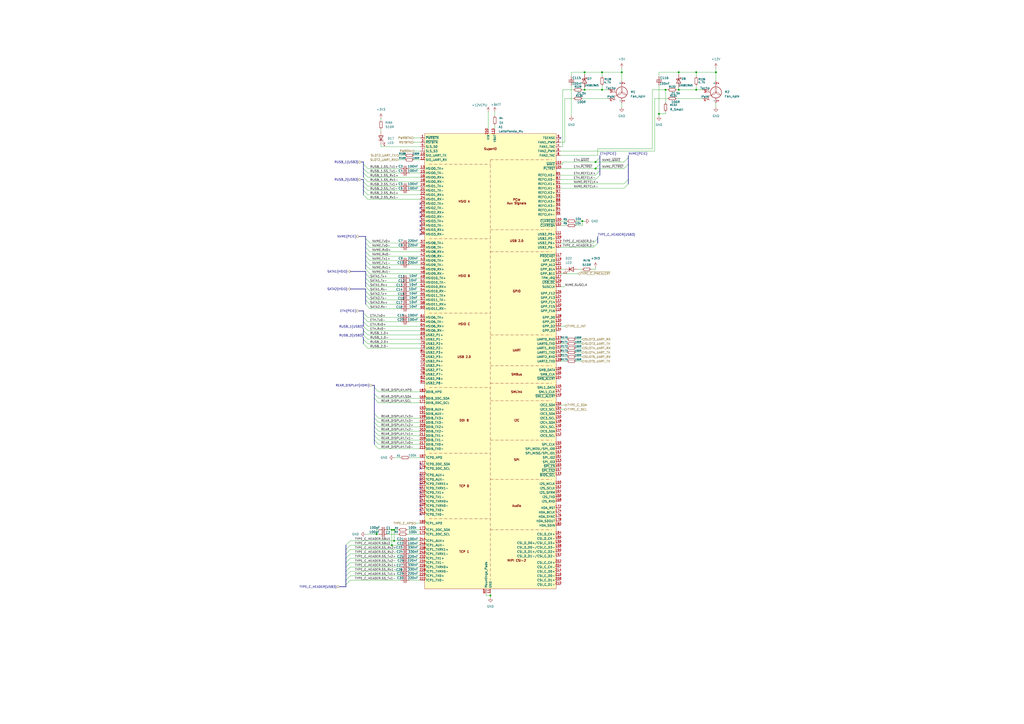
<source format=kicad_sch>
(kicad_sch (version 20250114) (generator "eeschema") (generator_version "9.0")
  (paper "A2")
  (junction (at 345.44 97.79))
  (junction (at 228.6 307.34))
  (junction (at 349.25 52.07))
  (junction (at 345.44 93.98))
  (junction (at 227.33 307.34))
  (junction (at 403.86 52.07))
  (junction (at 382.27 66.04))
  (junction (at 337.82 128.27))
  (junction (at 415.29 41.91))
  (junction (at 284.48 345.44))
  (junction (at 218.44 309.88))
  (junction (at 227.33 316.23))
  (junction (at 386.08 52.07))
  (junction (at 403.86 41.91))
  (junction (at 349.25 41.91))
  (junction (at 339.09 41.91))
  (junction (at 393.7 41.91))
  (junction (at 360.68 41.91))
  (junction (at 393.7 52.07))
  (junction (at 339.09 52.07))
  (junction (at 228.6 313.69))
  (no_connect (at 243.84 135.89))
  (no_connect (at 243.84 123.19))
  (no_connect (at 325.12 80.01))
  (no_connect (at 243.84 283.21))
  (no_connect (at 243.84 288.29))
  (no_connect (at 243.84 133.35))
  (no_connect (at 243.84 290.83))
  (no_connect (at 243.84 269.24))
  (no_connect (at 243.84 118.11))
  (no_connect (at 243.84 280.67))
  (no_connect (at 243.84 285.75))
  (no_connect (at 243.84 125.73))
  (no_connect (at 243.84 275.59))
  (no_connect (at 243.84 130.81))
  (no_connect (at 243.84 298.45))
  (no_connect (at 243.84 120.65))
  (no_connect (at 243.84 128.27))
  (no_connect (at 243.84 295.91))
  (no_connect (at 243.84 271.78))
  (no_connect (at 243.84 293.37))
  (no_connect (at 243.84 278.13))
  (bus_entry (at 347.98 95.25) (size -2.54 2.54))
  (bus_entry (at 217.17 257.81) (size 2.54 2.54))
  (bus_entry (at 217.17 247.65) (size 2.54 2.54))
  (bus_entry (at 200.66 318.77) (size 2.54 -2.54))
  (bus_entry (at 346.71 138.43) (size -2.54 2.54))
  (bus_entry (at 200.66 316.23) (size 2.54 -2.54))
  (bus_entry (at 210.82 194.31) (size 2.54 2.54))
  (bus_entry (at 217.17 250.19) (size 2.54 2.54))
  (bus_entry (at 210.82 181.61) (size 2.54 2.54))
  (bus_entry (at 217.17 224.79) (size 2.54 2.54))
  (bus_entry (at 347.98 101.6) (size -2.54 2.54))
  (bus_entry (at 210.82 186.69) (size 2.54 2.54))
  (bus_entry (at 364.49 91.44) (size -2.54 2.54))
  (bus_entry (at 217.17 255.27) (size 2.54 2.54))
  (bus_entry (at 210.82 105.41) (size 2.54 2.54))
  (bus_entry (at 200.66 326.39) (size 2.54 -2.54))
  (bus_entry (at 217.17 228.6) (size 2.54 2.54))
  (bus_entry (at 210.82 189.23) (size 2.54 2.54))
  (bus_entry (at 210.82 196.85) (size 2.54 2.54))
  (bus_entry (at 212.09 161.29) (size 2.54 2.54))
  (bus_entry (at 212.09 176.53) (size 2.54 2.54))
  (bus_entry (at 217.17 240.03) (size 2.54 2.54))
  (bus_entry (at 210.82 102.87) (size 2.54 2.54))
  (bus_entry (at 212.09 168.91) (size 2.54 2.54))
  (bus_entry (at 200.66 331.47) (size 2.54 -2.54))
  (bus_entry (at 200.66 328.93) (size 2.54 -2.54))
  (bus_entry (at 212.09 158.75) (size 2.54 2.54))
  (bus_entry (at 200.66 336.55) (size 2.54 -2.54))
  (bus_entry (at 212.09 148.59) (size 2.54 2.54))
  (bus_entry (at 212.09 140.97) (size 2.54 2.54))
  (bus_entry (at 200.66 334.01) (size 2.54 -2.54))
  (bus_entry (at 364.49 106.68) (size -2.54 2.54))
  (bus_entry (at 217.17 242.57) (size 2.54 2.54))
  (bus_entry (at 212.09 138.43) (size 2.54 2.54))
  (bus_entry (at 212.09 173.99) (size 2.54 2.54))
  (bus_entry (at 346.71 140.97) (size -2.54 2.54))
  (bus_entry (at 364.49 104.14) (size -2.54 2.54))
  (bus_entry (at 347.98 99.06) (size -2.54 2.54))
  (bus_entry (at 200.66 323.85) (size 2.54 -2.54))
  (bus_entry (at 210.82 199.39) (size 2.54 2.54))
  (bus_entry (at 210.82 107.95) (size 2.54 2.54))
  (bus_entry (at 212.09 151.13) (size 2.54 2.54))
  (bus_entry (at 200.66 339.09) (size 2.54 -2.54))
  (bus_entry (at 212.09 171.45) (size 2.54 2.54))
  (bus_entry (at 210.82 95.25) (size 2.54 2.54))
  (bus_entry (at 212.09 156.21) (size 2.54 2.54))
  (bus_entry (at 364.49 95.25) (size -2.54 2.54))
  (bus_entry (at 210.82 191.77) (size 2.54 2.54))
  (bus_entry (at 210.82 110.49) (size 2.54 2.54))
  (bus_entry (at 217.17 252.73) (size 2.54 2.54))
  (bus_entry (at 212.09 146.05) (size 2.54 2.54))
  (bus_entry (at 212.09 143.51) (size 2.54 2.54))
  (bus_entry (at 212.09 163.83) (size 2.54 2.54))
  (bus_entry (at 210.82 97.79) (size 2.54 2.54))
  (bus_entry (at 200.66 321.31) (size 2.54 -2.54))
  (bus_entry (at 212.09 166.37) (size 2.54 2.54))
  (bus_entry (at 210.82 100.33) (size 2.54 2.54))
  (bus_entry (at 347.98 91.44) (size -2.54 2.54))
  (bus_entry (at 217.17 245.11) (size 2.54 2.54))
  (bus_entry (at 217.17 231.14) (size 2.54 2.54))
  (bus_entry (at 212.09 153.67) (size 2.54 2.54))
  (bus_entry (at 210.82 184.15) (size 2.54 2.54))
  (bus_entry (at 210.82 113.03) (size 2.54 2.54))
  (wire (pts (xy 334.01 207.01) (xy 337.82 207.01)))
  (wire (pts (xy 326.39 93.98) (xy 326.39 95.25)))
  (wire (pts (xy 219.71 231.14) (xy 243.84 231.14)))
  (wire (pts (xy 331.47 49.53) (xy 331.47 67.31)))
  (wire (pts (xy 220.98 85.09) (xy 243.84 85.09)))
  (wire (pts (xy 339.09 52.07) (xy 339.09 50.8)))
  (bus (pts (xy 212.09 163.83) (xy 212.09 166.37)))
  (wire (pts (xy 339.09 43.18) (xy 339.09 41.91)))
  (bus (pts (xy 217.17 228.6) (xy 217.17 231.14)))
  (bus (pts (xy 212.09 171.45) (xy 212.09 173.99)))
  (wire (pts (xy 361.95 93.98) (xy 345.44 93.98)))
  (wire (pts (xy 237.49 316.23) (xy 243.84 316.23)))
  (wire (pts (xy 214.63 156.21) (xy 243.84 156.21)))
  (wire (pts (xy 415.29 39.37) (xy 415.29 41.91)))
  (wire (pts (xy 212.09 309.88) (xy 218.44 309.88)))
  (wire (pts (xy 227.33 316.23) (xy 232.41 316.23)))
  (wire (pts (xy 325.12 143.51) (xy 344.17 143.51)))
  (bus (pts (xy 217.17 223.52) (xy 217.17 224.79)))
  (wire (pts (xy 203.2 321.31) (xy 232.41 321.31)))
  (bus (pts (xy 212.09 146.05) (xy 212.09 148.59)))
  (wire (pts (xy 219.71 257.81) (xy 243.84 257.81)))
  (wire (pts (xy 214.63 161.29) (xy 232.41 161.29)))
  (wire (pts (xy 283.21 64.77) (xy 283.21 74.93)))
  (bus (pts (xy 347.98 95.25) (xy 347.98 99.06)))
  (bus (pts (xy 212.09 151.13) (xy 212.09 153.67)))
  (wire (pts (xy 237.49 171.45) (xy 243.84 171.45)))
  (wire (pts (xy 415.29 41.91) (xy 415.29 46.99)))
  (wire (pts (xy 228.6 307.34) (xy 231.14 307.34)))
  (wire (pts (xy 382.27 66.04) (xy 386.08 66.04)))
  (wire (pts (xy 218.44 307.34) (xy 218.44 309.88)))
  (wire (pts (xy 203.2 334.01) (xy 232.41 334.01)))
  (wire (pts (xy 203.2 323.85) (xy 232.41 323.85)))
  (wire (pts (xy 325.12 166.37) (xy 327.66 166.37)))
  (bus (pts (xy 212.09 158.75) (xy 212.09 161.29)))
  (bus (pts (xy 210.82 110.49) (xy 210.82 113.03)))
  (bus (pts (xy 210.82 186.69) (xy 210.82 189.23)))
  (wire (pts (xy 393.7 41.91) (xy 382.27 41.91)))
  (wire (pts (xy 237.49 336.55) (xy 243.84 336.55)))
  (wire (pts (xy 237.49 153.67) (xy 243.84 153.67)))
  (wire (pts (xy 240.03 80.01) (xy 243.84 80.01)))
  (bus (pts (xy 364.49 104.14) (xy 364.49 106.68)))
  (wire (pts (xy 325.12 207.01) (xy 328.93 207.01)))
  (wire (pts (xy 241.3 303.53) (xy 243.84 303.53)))
  (wire (pts (xy 325.12 109.22) (xy 361.95 109.22)))
  (bus (pts (xy 217.17 247.65) (xy 217.17 250.19)))
  (wire (pts (xy 349.25 44.45) (xy 349.25 41.91)))
  (wire (pts (xy 325.12 87.63) (xy 379.73 87.63)))
  (bus (pts (xy 217.17 231.14) (xy 217.17 240.03)))
  (wire (pts (xy 227.33 307.34) (xy 228.6 307.34)))
  (wire (pts (xy 393.7 52.07) (xy 393.7 50.8)))
  (wire (pts (xy 325.12 204.47) (xy 328.93 204.47)))
  (wire (pts (xy 281.94 345.44) (xy 284.48 345.44)))
  (wire (pts (xy 325.12 128.27) (xy 328.93 128.27)))
  (bus (pts (xy 212.09 167.64) (xy 212.09 168.91)))
  (wire (pts (xy 403.86 52.07) (xy 393.7 52.07)))
  (wire (pts (xy 325.12 95.25) (xy 326.39 95.25)))
  (bus (pts (xy 347.98 99.06) (xy 347.98 101.6)))
  (bus (pts (xy 210.82 184.15) (xy 210.82 186.69)))
  (wire (pts (xy 213.36 113.03) (xy 243.84 113.03)))
  (wire (pts (xy 203.2 326.39) (xy 232.41 326.39)))
  (wire (pts (xy 219.71 233.68) (xy 243.84 233.68)))
  (wire (pts (xy 218.44 309.88) (xy 219.71 309.88)))
  (wire (pts (xy 214.63 151.13) (xy 232.41 151.13)))
  (wire (pts (xy 203.2 313.69) (xy 228.6 313.69)))
  (wire (pts (xy 349.25 52.07) (xy 353.06 52.07)))
  (wire (pts (xy 325.12 104.14) (xy 345.44 104.14)))
  (wire (pts (xy 325.12 199.39) (xy 328.93 199.39)))
  (wire (pts (xy 325.12 90.17) (xy 346.71 90.17)))
  (wire (pts (xy 237.49 323.85) (xy 243.84 323.85)))
  (wire (pts (xy 345.44 154.94) (xy 345.44 156.21)))
  (bus (pts (xy 212.09 138.43) (xy 212.09 140.97)))
  (wire (pts (xy 360.68 59.69) (xy 360.68 62.23)))
  (wire (pts (xy 349.25 49.53) (xy 349.25 52.07)))
  (bus (pts (xy 212.09 148.59) (xy 212.09 151.13)))
  (wire (pts (xy 345.44 156.21) (xy 342.9 156.21)))
  (wire (pts (xy 327.66 82.55) (xy 327.66 57.15)))
  (wire (pts (xy 214.63 148.59) (xy 243.84 148.59)))
  (wire (pts (xy 378.46 52.07) (xy 386.08 52.07)))
  (wire (pts (xy 224.79 307.34) (xy 227.33 307.34)))
  (wire (pts (xy 236.22 307.34) (xy 243.84 307.34)))
  (wire (pts (xy 213.36 110.49) (xy 232.41 110.49)))
  (bus (pts (xy 200.66 331.47) (xy 200.66 328.93)))
  (wire (pts (xy 237.49 151.13) (xy 243.84 151.13)))
  (wire (pts (xy 237.49 107.95) (xy 243.84 107.95)))
  (wire (pts (xy 325.12 156.21) (xy 327.66 156.21)))
  (bus (pts (xy 209.55 104.14) (xy 210.82 104.14)))
  (wire (pts (xy 237.49 110.49) (xy 243.84 110.49)))
  (bus (pts (xy 210.82 196.85) (xy 210.82 199.39)))
  (wire (pts (xy 392.43 57.15) (xy 407.67 57.15)))
  (bus (pts (xy 209.55 93.98) (xy 210.82 93.98)))
  (bus (pts (xy 217.17 224.79) (xy 217.17 228.6)))
  (bus (pts (xy 347.98 90.17) (xy 347.98 91.44)))
  (bus (pts (xy 217.17 250.19) (xy 217.17 252.73)))
  (wire (pts (xy 346.71 90.17) (xy 346.71 86.36)))
  (wire (pts (xy 360.68 41.91) (xy 360.68 46.99)))
  (wire (pts (xy 379.73 87.63) (xy 379.73 57.15)))
  (bus (pts (xy 212.09 173.99) (xy 212.09 176.53)))
  (bus (pts (xy 208.28 180.34) (xy 210.82 180.34)))
  (bus (pts (xy 210.82 195.58) (xy 210.82 196.85)))
  (bus (pts (xy 346.71 137.16) (xy 346.71 138.43)))
  (wire (pts (xy 237.49 313.69) (xy 243.84 313.69)))
  (wire (pts (xy 334.01 128.27) (xy 337.82 128.27)))
  (wire (pts (xy 228.6 307.34) (xy 228.6 313.69)))
  (bus (pts (xy 346.71 138.43) (xy 346.71 140.97)))
  (wire (pts (xy 237.49 265.43) (xy 243.84 265.43)))
  (wire (pts (xy 237.49 140.97) (xy 243.84 140.97)))
  (wire (pts (xy 326.39 85.09) (xy 326.39 52.07)))
  (wire (pts (xy 231.14 92.71) (xy 234.95 92.71)))
  (wire (pts (xy 337.82 52.07) (xy 339.09 52.07)))
  (wire (pts (xy 349.25 52.07) (xy 339.09 52.07)))
  (wire (pts (xy 237.49 331.47) (xy 243.84 331.47)))
  (bus (pts (xy 364.49 95.25) (xy 364.49 104.14)))
  (bus (pts (xy 200.66 336.55) (xy 200.66 334.01)))
  (wire (pts (xy 325.12 101.6) (xy 345.44 101.6)))
  (bus (pts (xy 210.82 107.95) (xy 210.82 110.49)))
  (bus (pts (xy 212.09 137.16) (xy 212.09 138.43)))
  (wire (pts (xy 219.71 245.11) (xy 243.84 245.11)))
  (bus (pts (xy 203.2 167.64) (xy 212.09 167.64)))
  (wire (pts (xy 214.63 173.99) (xy 232.41 173.99)))
  (wire (pts (xy 378.46 86.36) (xy 378.46 52.07)))
  (wire (pts (xy 220.98 74.93) (xy 220.98 76.2)))
  (wire (pts (xy 339.09 41.91) (xy 331.47 41.91)))
  (wire (pts (xy 213.36 184.15) (xy 232.41 184.15)))
  (wire (pts (xy 240.03 92.71) (xy 243.84 92.71)))
  (wire (pts (xy 287.02 64.77) (xy 287.02 67.31)))
  (bus (pts (xy 200.66 339.09) (xy 200.66 336.55)))
  (wire (pts (xy 214.63 166.37) (xy 232.41 166.37)))
  (wire (pts (xy 325.12 158.75) (xy 335.28 158.75)))
  (wire (pts (xy 386.08 52.07) (xy 387.35 52.07)))
  (wire (pts (xy 237.49 186.69) (xy 243.84 186.69)))
  (bus (pts (xy 210.82 191.77) (xy 210.82 194.31)))
  (wire (pts (xy 331.47 41.91) (xy 331.47 44.45)))
  (wire (pts (xy 214.63 143.51) (xy 232.41 143.51)))
  (wire (pts (xy 334.01 201.93) (xy 337.82 201.93)))
  (wire (pts (xy 284.48 345.44) (xy 284.48 346.71)))
  (bus (pts (xy 217.17 245.11) (xy 217.17 247.65)))
  (wire (pts (xy 213.36 100.33) (xy 232.41 100.33)))
  (wire (pts (xy 339.09 41.91) (xy 349.25 41.91)))
  (bus (pts (xy 200.66 323.85) (xy 200.66 321.31)))
  (wire (pts (xy 237.49 318.77) (xy 243.84 318.77)))
  (wire (pts (xy 237.49 161.29) (xy 243.84 161.29)))
  (wire (pts (xy 203.2 318.77) (xy 232.41 318.77)))
  (wire (pts (xy 403.86 52.07) (xy 407.67 52.07)))
  (wire (pts (xy 213.36 199.39) (xy 243.84 199.39)))
  (bus (pts (xy 217.17 240.03) (xy 217.17 242.57)))
  (wire (pts (xy 214.63 163.83) (xy 232.41 163.83)))
  (wire (pts (xy 219.71 247.65) (xy 243.84 247.65)))
  (wire (pts (xy 203.2 316.23) (xy 227.33 316.23)))
  (wire (pts (xy 203.2 336.55) (xy 232.41 336.55)))
  (wire (pts (xy 214.63 153.67) (xy 232.41 153.67)))
  (wire (pts (xy 325.12 209.55) (xy 328.93 209.55)))
  (wire (pts (xy 214.63 176.53) (xy 232.41 176.53)))
  (wire (pts (xy 224.79 309.88) (xy 231.14 309.88)))
  (wire (pts (xy 337.82 130.81) (xy 337.82 128.27)))
  (bus (pts (xy 210.82 97.79) (xy 210.82 100.33)))
  (wire (pts (xy 415.29 59.69) (xy 415.29 62.23)))
  (wire (pts (xy 393.7 41.91) (xy 403.86 41.91)))
  (wire (pts (xy 219.71 252.73) (xy 243.84 252.73)))
  (wire (pts (xy 228.6 265.43) (xy 232.41 265.43)))
  (wire (pts (xy 346.71 86.36) (xy 378.46 86.36)))
  (bus (pts (xy 212.09 140.97) (xy 212.09 143.51)))
  (wire (pts (xy 214.63 179.07) (xy 232.41 179.07)))
  (wire (pts (xy 237.49 326.39) (xy 243.84 326.39)))
  (wire (pts (xy 392.43 52.07) (xy 393.7 52.07)))
  (bus (pts (xy 210.82 180.34) (xy 210.82 181.61)))
  (wire (pts (xy 382.27 49.53) (xy 382.27 66.04)))
  (bus (pts (xy 212.09 161.29) (xy 212.09 163.83)))
  (bus (pts (xy 217.17 242.57) (xy 217.17 245.11)))
  (wire (pts (xy 325.12 201.93) (xy 328.93 201.93)))
  (wire (pts (xy 334.01 209.55) (xy 337.82 209.55)))
  (wire (pts (xy 360.68 39.37) (xy 360.68 41.91)))
  (wire (pts (xy 325.12 106.68) (xy 361.95 106.68)))
  (bus (pts (xy 210.82 95.25) (xy 210.82 97.79)))
  (wire (pts (xy 219.71 307.34) (xy 218.44 307.34)))
  (wire (pts (xy 214.63 158.75) (xy 243.84 158.75)))
  (wire (pts (xy 214.63 171.45) (xy 232.41 171.45)))
  (wire (pts (xy 237.49 143.51) (xy 243.84 143.51)))
  (wire (pts (xy 203.2 331.47) (xy 232.41 331.47)))
  (bus (pts (xy 212.09 168.91) (xy 212.09 171.45)))
  (wire (pts (xy 237.49 328.93) (xy 243.84 328.93)))
  (bus (pts (xy 364.49 90.17) (xy 364.49 91.44)))
  (wire (pts (xy 382.27 66.04) (xy 382.27 67.31)))
  (wire (pts (xy 287.02 72.39) (xy 287.02 74.93)))
  (bus (pts (xy 210.82 105.41) (xy 210.82 107.95)))
  (wire (pts (xy 403.86 44.45) (xy 403.86 41.91)))
  (wire (pts (xy 325.12 85.09) (xy 326.39 85.09)))
  (wire (pts (xy 240.03 87.63) (xy 243.84 87.63)))
  (wire (pts (xy 203.2 328.93) (xy 232.41 328.93)))
  (wire (pts (xy 219.71 255.27) (xy 243.84 255.27)))
  (wire (pts (xy 213.36 186.69) (xy 232.41 186.69)))
  (wire (pts (xy 326.39 52.07) (xy 332.74 52.07)))
  (wire (pts (xy 220.98 83.82) (xy 220.98 85.09)))
  (wire (pts (xy 240.03 82.55) (xy 243.84 82.55)))
  (wire (pts (xy 219.71 227.33) (xy 243.84 227.33)))
  (wire (pts (xy 219.71 242.57) (xy 243.84 242.57)))
  (bus (pts (xy 210.82 190.5) (xy 210.82 191.77)))
  (wire (pts (xy 237.49 166.37) (xy 243.84 166.37)))
  (wire (pts (xy 213.36 189.23) (xy 243.84 189.23)))
  (wire (pts (xy 213.36 107.95) (xy 232.41 107.95)))
  (wire (pts (xy 237.49 163.83) (xy 243.84 163.83)))
  (bus (pts (xy 212.09 157.48) (xy 212.09 158.75)))
  (wire (pts (xy 334.01 130.81) (xy 337.82 130.81)))
  (wire (pts (xy 219.71 260.35) (xy 243.84 260.35)))
  (bus (pts (xy 200.66 340.36) (xy 200.66 339.09)))
  (wire (pts (xy 214.63 168.91) (xy 232.41 168.91)))
  (wire (pts (xy 227.33 307.34) (xy 227.33 316.23)))
  (wire (pts (xy 334.01 199.39) (xy 337.82 199.39)))
  (wire (pts (xy 386.08 64.77) (xy 386.08 66.04)))
  (wire (pts (xy 334.01 196.85) (xy 337.82 196.85)))
  (wire (pts (xy 213.36 105.41) (xy 243.84 105.41)))
  (wire (pts (xy 284.48 344.17) (xy 284.48 345.44)))
  (wire (pts (xy 220.98 68.58) (xy 220.98 69.85)))
  (bus (pts (xy 200.66 328.93) (xy 200.66 326.39)))
  (wire (pts (xy 334.01 204.47) (xy 337.82 204.47)))
  (wire (pts (xy 237.49 173.99) (xy 243.84 173.99)))
  (wire (pts (xy 213.36 201.93) (xy 243.84 201.93)))
  (wire (pts (xy 213.36 196.85) (xy 243.84 196.85)))
  (wire (pts (xy 213.36 115.57) (xy 243.84 115.57)))
  (wire (pts (xy 327.66 57.15) (xy 332.74 57.15)))
  (bus (pts (xy 203.2 157.48) (xy 212.09 157.48)))
  (bus (pts (xy 364.49 91.44) (xy 364.49 95.25)))
  (wire (pts (xy 386.08 59.69) (xy 386.08 52.07)))
  (wire (pts (xy 382.27 41.91) (xy 382.27 44.45)))
  (wire (pts (xy 379.73 57.15) (xy 387.35 57.15)))
  (bus (pts (xy 208.28 137.16) (xy 212.09 137.16)))
  (wire (pts (xy 339.09 128.27) (xy 337.82 128.27)))
  (wire (pts (xy 236.22 309.88) (xy 243.84 309.88)))
  (wire (pts (xy 237.49 168.91) (xy 243.84 168.91)))
  (bus (pts (xy 210.82 181.61) (xy 210.82 184.15)))
  (wire (pts (xy 213.36 102.87) (xy 243.84 102.87)))
  (wire (pts (xy 325.12 130.81) (xy 328.93 130.81)))
  (wire (pts (xy 228.6 313.69) (xy 232.41 313.69)))
  (wire (pts (xy 214.63 140.97) (xy 232.41 140.97)))
  (wire (pts (xy 214.63 146.05) (xy 243.84 146.05)))
  (wire (pts (xy 403.86 41.91) (xy 415.29 41.91)))
  (bus (pts (xy 212.09 153.67) (xy 212.09 156.21)))
  (wire (pts (xy 237.49 179.07) (xy 243.84 179.07)))
  (wire (pts (xy 403.86 49.53) (xy 403.86 52.07)))
  (bus (pts (xy 200.66 326.39) (xy 200.66 323.85)))
  (bus (pts (xy 347.98 91.44) (xy 347.98 95.25)))
  (bus (pts (xy 210.82 104.14) (xy 210.82 105.41)))
  (wire (pts (xy 237.49 334.01) (xy 243.84 334.01)))
  (wire (pts (xy 237.49 176.53) (xy 243.84 176.53)))
  (wire (pts (xy 337.82 57.15) (xy 353.06 57.15)))
  (wire (pts (xy 237.49 321.31) (xy 243.84 321.31)))
  (wire (pts (xy 237.49 100.33) (xy 243.84 100.33)))
  (bus (pts (xy 217.17 252.73) (xy 217.17 255.27)))
  (wire (pts (xy 237.49 97.79) (xy 243.84 97.79)))
  (wire (pts (xy 281.94 344.17) (xy 281.94 345.44)))
  (bus (pts (xy 200.66 321.31) (xy 200.66 318.77)))
  (wire (pts (xy 326.39 93.98) (xy 345.44 93.98)))
  (wire (pts (xy 335.28 156.21) (xy 337.82 156.21)))
  (wire (pts (xy 325.12 234.95) (xy 327.66 234.95)))
  (wire (pts (xy 325.12 97.79) (xy 345.44 97.79)))
  (wire (pts (xy 213.36 191.77) (xy 243.84 191.77)))
  (wire (pts (xy 213.36 97.79) (xy 232.41 97.79)))
  (wire (pts (xy 325.12 82.55) (xy 327.66 82.55)))
  (wire (pts (xy 345.44 97.79) (xy 361.95 97.79)))
  (bus (pts (xy 200.66 318.77) (xy 200.66 316.23)))
  (bus (pts (xy 200.66 334.01) (xy 200.66 331.47)))
  (wire (pts (xy 240.03 90.17) (xy 243.84 90.17)))
  (bus (pts (xy 196.85 340.36) (xy 200.66 340.36)))
  (wire (pts (xy 219.71 250.19) (xy 243.84 250.19)))
  (wire (pts (xy 231.14 90.17) (xy 234.95 90.17)))
  (wire (pts (xy 237.49 184.15) (xy 243.84 184.15)))
  (wire (pts (xy 325.12 140.97) (xy 344.17 140.97)))
  (wire (pts (xy 325.12 196.85) (xy 328.93 196.85)))
  (bus (pts (xy 210.82 100.33) (xy 210.82 102.87)))
  (wire (pts (xy 349.25 41.91) (xy 360.68 41.91)))
  (bus (pts (xy 215.9 223.52) (xy 217.17 223.52)))
  (wire (pts (xy 393.7 43.18) (xy 393.7 41.91)))
  (bus (pts (xy 217.17 255.27) (xy 217.17 257.81)))
  (bus (pts (xy 212.09 143.51) (xy 212.09 146.05)))
  (wire (pts (xy 325.12 237.49) (xy 327.66 237.49)))
  (wire (pts (xy 325.12 189.23) (xy 327.66 189.23)))
  (wire (pts (xy 213.36 194.31) (xy 243.84 194.31)))
  (bus (pts (xy 210.82 93.98) (xy 210.82 95.25)))
  (label "ETH.Rx0-" (at 214.63 191.77 0))
  (label "NVME.Rx1+" (at 215.9 156.21 0))
  (label "RUSB_2.SS_Tx1-" (at 214.63 110.49 0))
  (label "ETH.Rx0+" (at 214.63 189.23 0))
  (label "TYPE_C_HEADER{USB3}" (at 346.71 137.16 0))
  (label "NVME.Tx0+" (at 215.9 140.97 0))
  (label "TYPE_C_HEADER.D+" (at 326.39 140.97 0))
  (label "TYPE_C_HEADER.SS_Rx1+" (at 205.74 328.93 0))
  (label "NVME.Rx1-" (at 215.9 158.75 0))
  (label "TYPE_C_HEADER.SS_Tx1+" (at 205.74 334.01 0))
  (label "SATA1.Rx-" (at 214.63 168.91 0))
  (label "ETH.REFCLK-" (at 332.74 104.14 0))
  (label "ETH.~{WAKE}" (at 332.74 93.98 0))
  (label "SATA1.Tx+" (at 214.63 161.29 0))
  (label "TYPE_C_HEADER.SS_Rx2+" (at 205.74 318.77 0))
  (label "SATA2.Rx-" (at 214.63 179.07 0))
  (label "NVME.REFCLK-" (at 332.74 109.22 0))
  (label "RUSB_1{USB3}" (at 210.82 190.5 180))
  (label "NVME.SUSCLK" (at 327.66 166.37 0))
  (label "SATA1.Tx-" (at 214.63 163.83 0))
  (label "ETH.Tx0+" (at 214.63 184.15 0))
  (label "TYPE_C_HEADER.SBU2" (at 205.74 316.23 0))
  (label "RUSB_2{USB3}" (at 210.82 195.58 180))
  (label "REAR_DISPLAY.Tx3-" (at 220.98 245.11 0))
  (label "RUSB_1.SS_Tx1-" (at 214.63 100.33 0))
  (label "RUSB_1.SS_Rx1-" (at 214.63 105.41 0))
  (label "RUSB_2.D-" (at 214.63 201.93 0))
  (label "NVME.REFCLK+" (at 332.74 106.68 0))
  (label "REAR_DISPLAY.Tx2+" (at 220.98 247.65 0))
  (label "ETH{PCIE}" (at 347.98 90.17 0))
  (label "REAR_DISPLAY.SCL" (at 220.98 233.68 0))
  (label "NVME.Tx0-" (at 215.9 143.51 0))
  (label "TYPE_C_HEADER.SS_Tx1-" (at 205.74 336.55 0))
  (label "RUSB_2.SS_Rx1-" (at 214.63 115.57 0))
  (label "TYPE_C_HEADER.D-" (at 326.39 143.51 0))
  (label "RUSB_2.D+" (at 214.63 199.39 0))
  (label "SATA2.Tx-" (at 214.63 173.99 0))
  (label "REAR_DISPLAY.Tx0-" (at 220.98 260.35 0))
  (label "NVME{PCIE}" (at 364.49 90.17 0))
  (label "RUSB_1.D-" (at 214.63 196.85 0))
  (label "TYPE_C_HEADER.SS_Tx2+" (at 205.74 323.85 0))
  (label "REAR_DISPLAY.HPD" (at 220.98 227.33 0))
  (label "ETH.Tx0-" (at 214.63 186.69 0))
  (label "TYPE_C_HEADER.SS_Tx2-" (at 205.74 326.39 0))
  (label "ETH.REFCLK+" (at 332.74 101.6 0))
  (label "NVME.~{PLTRST}" (at 349.25 97.79 0))
  (label "RUSB_2.SS_Rx1+" (at 214.63 113.03 0))
  (label "NVME.Rx0-" (at 215.9 148.59 0))
  (label "TYPE_C_HEADER.SS_Rx1-" (at 205.74 331.47 0))
  (label "SATA2.Tx+" (at 214.63 171.45 0))
  (label "NVME.Tx1-" (at 215.9 153.67 0))
  (label "RUSB_1.D+" (at 214.63 194.31 0))
  (label "RUSB_2.SS_Tx1+" (at 214.63 107.95 0))
  (label "NVME.~{WAKE}" (at 349.25 93.98 0))
  (label "RUSB_1.SS_Rx1+" (at 214.63 102.87 0))
  (label "NVME.Tx1+" (at 215.9 151.13 0))
  (label "REAR_DISPLAY.Tx3+" (at 220.98 242.57 0))
  (label "REAR_DISPLAY.Tx1-" (at 220.98 255.27 0))
  (label "RUSB_1.SS_Tx1+" (at 214.63 97.79 0))
  (label "REAR_DISPLAY.Tx0+" (at 220.98 257.81 0))
  (label "REAR_DISPLAY.Tx1+" (at 220.98 252.73 0))
  (label "ETH.~{PLTRST}" (at 332.74 97.79 0))
  (label "SATA1.Rx+" (at 214.63 166.37 0))
  (label "REAR_DISPLAY.SDA" (at 220.98 231.14 0))
  (label "TYPE_C_HEADER.SS_Rx2-" (at 205.74 321.31 0))
  (label "REAR_DISPLAY.Tx2-" (at 220.98 250.19 0))
  (label "NVME.Rx0+" (at 215.9 146.05 0))
  (label "TYPE_C_HEADER.SBU1" (at 205.74 313.69 0))
  (label "SATA2.Rx+" (at 214.63 176.53 0))
  (hierarchical_label "SLOT3_UART_RX" (shape input) (at 337.82 196.85 0))
  (hierarchical_label "RUSB_2{USB3}" (shape input) (at 209.55 104.14 180))
  (hierarchical_label "SLOT2_UART_RX" (shape input) (at 231.14 92.71 180))
  (hierarchical_label "NVME{PCIE}" (shape input) (at 208.28 137.16 180))
  (hierarchical_label "~{TYPE_C_PMCALERT}" (shape input) (at 335.28 158.75 0))
  (hierarchical_label "TYPE_C_SCL" (shape output) (at 327.66 237.49 0))
  (hierarchical_label "RUSB_1{USB3}" (shape input) (at 209.55 93.98 180))
  (hierarchical_label "SATA2{HSIO}" (shape output) (at 203.2 167.64 180))
  (hierarchical_label "TYPE_C_SDA" (shape bidirectional) (at 327.66 234.95 0))
  (hierarchical_label "SLOT5_UART_TX" (shape output) (at 337.82 209.55 0))
  (hierarchical_label "SLOT5_UART_RX" (shape input) (at 337.82 207.01 0))
  (hierarchical_label "SLOT4_UART_RX" (shape input) (at 337.82 201.93 0))
  (hierarchical_label "TYPE_C_HEADER{USB3}" (shape input) (at 196.85 340.36 180))
  (hierarchical_label "PWRON" (shape output) (at 240.03 87.63 180))
  (hierarchical_label "SLOT4_UART_TX" (shape output) (at 337.82 204.47 0))
  (hierarchical_label "PWRBTN" (shape input) (at 240.03 80.01 180))
  (hierarchical_label "ETH{PCIE}" (shape input) (at 208.28 180.34 180))
  (hierarchical_label "SLOT3_UART_TX" (shape output) (at 337.82 199.39 0))
  (hierarchical_label "SLOT2_UART_TX" (shape output) (at 231.14 90.17 180))
  (hierarchical_label "RSTBTN" (shape input) (at 240.03 82.55 180))
  (hierarchical_label "SATA1{HSIO}" (shape output) (at 203.2 157.48 180))
  (hierarchical_label "TYPE_C_HPD" (shape input) (at 241.3 303.53 180))
  (hierarchical_label "TYPE_C_INT" (shape input) (at 327.66 189.23 0))
  (hierarchical_label "REAR_DISPLAY{HDMI}" (shape input) (at 215.9 223.52 180))
  (symbol (lib_id "Device:C_Small") (at 234.95 334.01 90) (unit 1)
    (property "Reference" "C29" (at 232.156 332.74 90))
    (property "Value" "220nF" (at 239.522 332.74 90))
    (property "Description" "Unpolarized capacitor, small symbol" (effects (hide yes)))
  )
  (symbol (lib_id "Device:R_Small") (at 237.49 92.71 90) (unit 1)
    (property "Reference" "R169" (at 233.426 91.694 90) (effects (font (size 1.016 1.016))))
    (property "Value" "100R" (at 241.3 91.694 90) (effects (font (size 1.016 1.016))))
    (property "Description" "Resistor, small symbol" (effects (hide yes)))
  )
  (symbol (lib_id "Device:C_Small") (at 234.95 166.37 90) (unit 1)
    (property "Reference" "C13" (at 231.648 165.354 90))
    (property "Value" "10nF" (at 239.776 165.1 90))
    (property "Description" "Unpolarized capacitor, small symbol" (effects (hide yes)))
  )
  (symbol (lib_id "power:GND") (at 360.68 62.23 0) (unit 1)
    (property "Reference" "#PWR0174" (effects (hide yes)))
    (property "Value" "GND" (at 360.68 67.31 0))
    (property "Description" "Power symbol creates a global label with name \"GND\" , ground" (effects (hide yes)))
  )
  (symbol (lib_id "Device:R_Small") (at 331.47 204.47 90) (unit 1)
    (property "Reference" "R173" (at 327.406 203.454 90) (effects (font (size 1.016 1.016))))
    (property "Value" "100R" (at 335.28 203.454 90) (effects (font (size 1.016 1.016))))
    (property "Description" "Resistor, small symbol" (effects (hide yes)))
  )
  (symbol (lib_id "Device:R_Small") (at 331.47 196.85 90) (unit 1)
    (property "Reference" "R170" (at 327.406 195.834 90) (effects (font (size 1.016 1.016))))
    (property "Value" "100R" (at 335.28 195.834 90) (effects (font (size 1.016 1.016))))
    (property "Description" "Resistor, small symbol" (effects (hide yes)))
  )
  (symbol (lib_id "Device:R_Small") (at 335.28 57.15 90) (unit 1)
    (property "Reference" "R130" (at 336.042 55.626 90) (effects (font (size 1.016 1.016))))
    (property "Value" "100R" (at 337.312 59.182 90))
    (property "Description" "Resistor, small symbol" (effects (hide yes)))
  )
  (symbol (lib_id "Device:C_Small") (at 234.95 97.79 90) (unit 1)
    (property "Reference" "C3" (at 232.41 96.52 90))
    (property "Value" "100nF" (at 239.522 96.52 90))
    (property "Description" "Unpolarized capacitor, small symbol" (effects (hide yes)))
  )
  (symbol (lib_id "Device:C_Small") (at 234.95 323.85 90) (unit 1)
    (property "Reference" "C25" (at 232.156 322.834 90))
    (property "Value" "220nF" (at 239.522 322.834 90))
    (property "Description" "Unpolarized capacitor, small symbol" (effects (hide yes)))
  )
  (symbol (lib_id "Device:C_Small") (at 234.95 107.95 90) (unit 1)
    (property "Reference" "C5" (at 232.41 106.68 90))
    (property "Value" "100nF" (at 239.522 106.68 90))
    (property "Description" "Unpolarized capacitor, small symbol" (effects (hide yes)))
  )
  (symbol (lib_id "Device:R_Small") (at 331.47 199.39 90) (unit 1)
    (property "Reference" "R171" (at 327.406 198.374 90) (effects (font (size 1.016 1.016))))
    (property "Value" "100R" (at 335.28 198.374 90) (effects (font (size 1.016 1.016))))
    (property "Description" "Resistor, small symbol" (effects (hide yes)))
  )
  (symbol (lib_id "Device:C_Small") (at 234.95 100.33 90) (unit 1)
    (property "Reference" "C4" (at 232.41 99.06 90))
    (property "Value" "100nF" (at 239.522 99.06 90))
    (property "Description" "Unpolarized capacitor, small symbol" (effects (hide yes)))
  )
  (symbol (lib_id "Device:C_Small") (at 234.95 151.13 90) (unit 1)
    (property "Reference" "C9" (at 232.41 149.86 90))
    (property "Value" "220nF" (at 239.522 149.86 90))
    (property "Description" "Unpolarized capacitor, small symbol" (effects (hide yes)))
  )
  (symbol (lib_id "Device:C_Small") (at 234.95 173.99 90) (unit 1)
    (property "Reference" "C16" (at 232.664 172.974 90))
    (property "Value" "10nF" (at 239.776 172.72 90))
    (property "Description" "Unpolarized capacitor, small symbol" (effects (hide yes)))
  )
  (symbol (lib_id "Device:C_Small") (at 234.95 143.51 90) (unit 1)
    (property "Reference" "C8" (at 232.41 142.24 90))
    (property "Value" "220nF" (at 239.522 142.24 90))
    (property "Description" "Unpolarized capacitor, small symbol" (effects (hide yes)))
  )
  (symbol (lib_id "Device:D_Schottky") (at 339.09 46.99 270) (unit 1)
    (property "Reference" "D7" (at 340.614 45.72 90) (effects (justify left)))
    (property "Value" "1N5819WS" (at 339.09 49.53 90) (effects (font (size 1.016 1.016)) (justify left)))
    (property "Description" "Schottky diode" (effects (hide yes)))
  )
  (symbol (lib_id "Device:LED") (at 331.47 156.21 0) (unit 1)
    (property "Reference" "D22" (at 329.8825 149.86 0))
    (property "Value" "LED" (at 329.8825 152.4 0))
    (property "Description" "Light emitting diode" (effects (hide yes)))
    (property "Sim.Pins" "1=K 2=A" (effects (hide yes)))
  )
  (symbol (lib_id "Device:R_Small") (at 340.36 156.21 90) (unit 1)
    (property "Reference" "R176" (at 340.36 151.13 90) (effects (font (size 1.016 1.016))))
    (property "Value" "510R" (at 340.36 153.67 90))
    (property "Description" "Resistor, small symbol" (effects (hide yes)))
  )
  (symbol (lib_id "Device:C_Small") (at 234.95 161.29 90) (unit 1)
    (property "Reference" "C11" (at 232.918 160.274 90))
    (property "Value" "10nF" (at 239.776 160.02 90))
    (property "Description" "Unpolarized capacitor, small symbol" (effects (hide yes)))
  )
  (symbol (lib_id "power:GND") (at 339.09 128.27 90) (unit 1)
    (property "Reference" "#PWR06" (effects (hide yes)))
    (property "Value" "GND" (at 342.9 128.2699 90) (effects (justify right)))
    (property "Description" "Power symbol creates a global label with name \"GND\" , ground" (effects (hide yes)))
  )
  (symbol (lib_id "custom:+12VCPU") (at 283.21 64.77 0) (unit 1)
    (property "Reference" "#PWR03" (effects (hide yes)))
    (property "Value" "+12VCPU" (at 278.13 60.96 0))
    (property "Description" "Power symbol creates a global label with name \"+12VCPU\"" (effects (hide yes)))
  )
  (symbol (lib_id "Device:R_Small") (at 237.49 90.17 90) (unit 1)
    (property "Reference" "R168" (at 233.426 89.154 90) (effects (font (size 1.016 1.016))))
    (property "Value" "100R" (at 241.3 89.154 90) (effects (font (size 1.016 1.016))))
    (property "Description" "Resistor, small symbol" (effects (hide yes)))
  )
  (symbol (lib_id "Device:R_Small") (at 331.47 130.81 90) (unit 1)
    (property "Reference" "R6" (at 327.914 129.54 90) (effects (font (size 1.016 1.016))))
    (property "Value" "10k" (at 335.28 129.54 90))
    (property "Description" "Resistor, small symbol" (effects (hide yes)))
  )
  (symbol (lib_id "Device:C_Small") (at 234.95 326.39 90) (unit 1)
    (property "Reference" "C26" (at 232.41 325.12 90))
    (property "Value" "220nF" (at 239.268 325.12 90))
    (property "Description" "Unpolarized capacitor, small symbol" (effects (hide yes)))
  )
  (symbol (lib_id "Device:R_Small") (at 287.02 69.85 0) (unit 1)
    (property "Reference" "R4" (at 289.56 68.5799 0) (effects (font (size 1.016 1.016)) (justify left)))
    (property "Value" "1k" (at 289.56 71.1199 0) (effects (justify left)))
    (property "Description" "Resistor, small symbol" (effects (hide yes)))
  )
  (symbol (lib_id "Device:R_Small") (at 331.47 207.01 90) (unit 1)
    (property "Reference" "R174" (at 327.406 205.994 90) (effects (font (size 1.016 1.016))))
    (property "Value" "100R" (at 335.28 205.994 90) (effects (font (size 1.016 1.016))))
    (property "Description" "Resistor, small symbol" (effects (hide yes)))
  )
  (symbol (lib_id "power:+3V3") (at 220.98 68.58 0) (unit 1)
    (property "Reference" "#PWR0204" (effects (hide yes)))
    (property "Value" "+3V3" (at 220.98 63.5 0))
    (property "Description" "Power symbol creates a global label with name \"+3V3\"" (effects (hide yes)))
  )
  (symbol (lib_id "power:+12V") (at 415.29 39.37 0) (unit 1)
    (property "Reference" "#PWR0178" (effects (hide yes)))
    (property "Value" "+12V" (at 415.29 34.29 0))
    (property "Description" "Power symbol creates a global label with name \"+12V\"" (effects (hide yes)))
  )
  (symbol (lib_id "Device:C_Small") (at 234.95 331.47 90) (unit 1)
    (property "Reference" "C28" (at 231.648 330.454 90))
    (property "Value" "330nF" (at 239.522 330.2 90))
    (property "Description" "Unpolarized capacitor, small symbol" (effects (hide yes)))
  )
  (symbol (lib_id "Device:C_Small") (at 234.95 313.69 90) (unit 1)
    (property "Reference" "C21" (at 232.156 312.674 90))
    (property "Value" "100nF" (at 239.522 312.674 90))
    (property "Description" "Unpolarized capacitor, small symbol" (effects (hide yes)))
  )
  (symbol (lib_id "Device:C_Small") (at 234.95 140.97 90) (unit 1)
    (property "Reference" "C7" (at 232.41 139.7 90))
    (property "Value" "220nF" (at 239.522 139.7 90))
    (property "Description" "Unpolarized capacitor, small symbol" (effects (hide yes)))
  )
  (symbol (lib_id "power:+5V") (at 360.68 39.37 0) (unit 1)
    (property "Reference" "#PWR0175" (effects (hide yes)))
    (property "Value" "+5V" (at 360.68 34.29 0))
    (property "Description" "Power symbol creates a global label with name \"+5V\"" (effects (hide yes)))
  )
  (symbol (lib_id "Device:C_Small") (at 234.95 316.23 90) (unit 1)
    (property "Reference" "C22" (at 232.156 315.214 90))
    (property "Value" "100nF" (at 239.522 315.214 90))
    (property "Description" "Unpolarized capacitor, small symbol" (effects (hide yes)))
  )
  (symbol (lib_id "Device:LED") (at 220.98 80.01 90) (unit 1)
    (property "Reference" "D17" (at 224.79 80.3274 90) (effects (justify right)))
    (property "Value" "LED" (at 224.79 82.8674 90) (effects (justify right)))
    (property "Description" "Light emitting diode" (effects (hide yes)))
    (property "Sim.Pins" "1=K 2=A" (effects (hide yes)))
  )
  (symbol (lib_id "power:GND") (at 382.27 67.31 0) (unit 1)
    (property "Reference" "#PWR0177" (effects (hide yes)))
    (property "Value" "GND" (at 382.27 72.39 0))
    (property "Description" "Power symbol creates a global label with name \"GND\" , ground" (effects (hide yes)))
  )
  (symbol (lib_id "Device:C_Small") (at 234.95 184.15 90) (unit 1)
    (property "Reference" "C19" (at 232.41 182.88 90))
    (property "Value" "100nF" (at 239.522 182.88 90))
    (property "Description" "Unpolarized capacitor, small symbol" (effects (hide yes)))
  )
  (symbol (lib_id "Device:C_Small") (at 222.25 307.34 90) (unit 1)
    (property "Reference" "C1" (at 225.298 306.324 90))
    (property "Value" "100pF" (at 217.424 306.07 90))
    (property "Description" "Unpolarized capacitor, small symbol" (effects (hide yes)))
  )
  (symbol (lib_id "Device:R_Small") (at 389.89 52.07 90) (unit 1)
    (property "Reference" "R133" (at 389.89 50.292 90) (effects (font (size 1.016 1.016))))
    (property "Value" "21.5k" (at 391.922 54.102 90))
    (property "Description" "Resistor, small symbol" (effects (hide yes)))
  )
  (symbol (lib_id "Device:R_Small") (at 233.68 307.34 90) (unit 1)
    (property "Reference" "R1" (at 230.124 306.324 90) (effects (font (size 1.016 1.016))))
    (property "Value" "100k" (at 239.268 306.07 90))
    (property "Description" "Resistor, small symbol" (effects (hide yes)))
  )
  (symbol (lib_id "power:GND") (at 415.29 62.23 0) (unit 1)
    (property "Reference" "#PWR0179" (effects (hide yes)))
    (property "Value" "GND" (at 415.29 67.31 0))
    (property "Description" "Power symbol creates a global label with name \"GND\" , ground" (effects (hide yes)))
  )
  (symbol (lib_id "Device:C_Small") (at 234.95 163.83 90) (unit 1)
    (property "Reference" "C12" (at 232.918 162.814 90))
    (property "Value" "10nF" (at 239.522 162.56 90))
    (property "Description" "Unpolarized capacitor, small symbol" (effects (hide yes)))
  )
  (symbol (lib_id "Device:C_Small") (at 234.95 318.77 90) (unit 1)
    (property "Reference" "C23" (at 231.648 317.5 90))
    (property "Value" "330nF" (at 239.522 317.5 90))
    (property "Description" "Unpolarized capacitor, small symbol" (effects (hide yes)))
  )
  (symbol (lib_id "Device:C_Small") (at 234.95 171.45 90) (unit 1)
    (property "Reference" "C15" (at 232.664 170.434 90))
    (property "Value" "10nF" (at 239.776 170.18 90))
    (property "Description" "Unpolarized capacitor, small symbol" (effects (hide yes)))
  )
  (symbol (lib_id "Device:C_Small") (at 234.95 179.07 90) (unit 1)
    (property "Reference" "C18" (at 231.648 178.054 90))
    (property "Value" "10nF" (at 239.776 177.8 90))
    (property "Description" "Unpolarized capacitor, small symbol" (effects (hide yes)))
  )
  (symbol (lib_id "Device:C_Small") (at 222.25 309.88 90) (unit 1)
    (property "Reference" "C2" (at 225.044 308.864 90))
    (property "Value" "100pF" (at 217.17 308.61 90))
    (property "Description" "Unpolarized capacitor, small symbol" (effects (hide yes)))
  )
  (symbol (lib_id "Device:D_Schottky") (at 393.7 46.99 270) (unit 1)
    (property "Reference" "D8" (at 395.224 45.72 90) (effects (justify left)))
    (property "Value" "1N5819WS" (at 393.7 49.53 90) (effects (font (size 1.016 1.016)) (justify left)))
    (property "Description" "Schottky diode" (effects (hide yes)))
  )
  (symbol (lib_id "power:+BATT") (at 287.02 64.77 0) (unit 1)
    (property "Reference" "#PWR05" (effects (hide yes)))
    (property "Value" "+BATT" (at 287.782 60.706 0))
    (property "Description" "Power symbol creates a global label with name \"+BATT\"" (effects (hide yes)))
  )
  (symbol (lib_id "Motor:Fan_4pin") (at 415.29 54.61 0) (unit 1)
    (property "Reference" "M2" (at 420.37 53.3399 0) (effects (justify left)))
    (property "Value" "Fan_4pin" (at 420.37 55.8799 0) (effects (justify left)))
    (property "Datasheet" "http://www.formfactors.org/developer%5Cspecs%5Crev1_2_public.pdf" (effects (hide yes)))
    (property "Description" "Fan, tacho output, PWM input, 4-pin connector" (effects (hide yes)))
  )
  (symbol (lib_id "Device:R_Small") (at 389.89 57.15 90) (unit 1)
    (property "Reference" "R134" (at 390.652 55.626 90) (effects (font (size 1.016 1.016))))
    (property "Value" "100R" (at 391.922 59.182 90))
    (property "Description" "Resistor, small symbol" (effects (hide yes)))
  )
  (symbol (lib_id "Device:C_Small") (at 234.95 186.69 90) (unit 1)
    (property "Reference" "C20" (at 232.41 185.42 90))
    (property "Value" "100nF" (at 239.522 185.42 90))
    (property "Description" "Unpolarized capacitor, small symbol" (effects (hide yes)))
  )
  (symbol (lib_id "Device:C_Small") (at 382.27 46.99 0) (unit 1)
    (property "Reference" "C116" (at 382.778 45.212 0) (effects (justify left)))
    (property "Value" "100nF" (at 382.524 48.514 0) (effects (justify left)))
    (property "Description" "Unpolarized capacitor, small symbol" (effects (hide yes)))
  )
  (symbol (lib_id "Device:C_Small") (at 234.95 168.91 90) (unit 1)
    (property "Reference" "C14" (at 231.648 167.894 90))
    (property "Value" "10nF" (at 239.522 167.64 90))
    (property "Description" "Unpolarized capacitor, small symbol" (effects (hide yes)))
  )
  (symbol (lib_id "Device:R_Small") (at 349.25 46.99 0) (unit 1)
    (property "Reference" "R128" (at 350.52 45.974 0) (effects (font (size 1.016 1.016)) (justify left)))
    (property "Value" "4.7k" (at 350.266 47.752 0) (effects (justify left)))
    (property "Description" "Resistor, small symbol" (effects (hide yes)))
  )
  (symbol (lib_id "Device:C_Small") (at 234.95 336.55 90) (unit 1)
    (property "Reference" "C30" (at 232.156 335.28 90))
    (property "Value" "220nF" (at 239.522 335.28 90))
    (property "Description" "Unpolarized capacitor, small symbol" (effects (hide yes)))
  )
  (symbol (lib_id "Device:R_Small") (at 220.98 72.39 0) (unit 1)
    (property "Reference" "R163" (at 223.52 71.1199 0) (effects (font (size 1.016 1.016)) (justify left)))
    (property "Value" "510R" (at 223.52 73.6599 0) (effects (justify left)))
    (property "Description" "Resistor, small symbol" (effects (hide yes)))
  )
  (symbol (lib_id "Device:R_Small") (at 403.86 46.99 0) (unit 1)
    (property "Reference" "R135" (at 405.13 45.974 0) (effects (font (size 1.016 1.016)) (justify left)))
    (property "Value" "4.7k" (at 404.876 47.752 0) (effects (justify left)))
    (property "Description" "Resistor, small symbol" (effects (hide yes)))
  )
  (symbol (lib_id "Device:C_Small") (at 331.47 46.99 0) (unit 1)
    (property "Reference" "C115" (at 331.978 45.212 0) (effects (justify left)))
    (property "Value" "100nF" (at 331.724 48.514 0) (effects (justify left)))
    (property "Description" "Unpolarized capacitor, small symbol" (effects (hide yes)))
  )
  (symbol (lib_id "Device:C_Small") (at 234.95 328.93 90) (unit 1)
    (property "Reference" "C27" (at 231.902 327.914 90))
    (property "Value" "330nF" (at 239.522 327.66 90))
    (property "Description" "Unpolarized capacitor, small symbol" (effects (hide yes)))
  )
  (symbol (lib_id "LattePanda-Mu:LattePanda_Mu") (at 284.48 209.55 0) (unit 1)
    (property "Reference" "A1" (at 289.1633 73.66 0) (effects (justify left)))
    (property "Value" "LattePanda_Mu" (at 289.1633 76.2 0) (effects (justify left)))
    (property "Footprint" "Module_LattePanda:LattePanda_Module_H8.0mm_Horizontal" (effects (hide yes)))
    (property "Description" "A micro computing module with x86 processer, RAM and eMMC." (effects (hide yes)))
  )
  (symbol (lib_id "Device:R_Small") (at 233.68 309.88 90) (unit 1)
    (property "Reference" "R2" (at 229.87 308.61 90) (effects (font (size 1.016 1.016))))
    (property "Value" "100k" (at 239.522 308.61 90))
    (property "Description" "Resistor, small symbol" (effects (hide yes)))
  )
  (symbol (lib_id "Device:R_Small") (at 386.08 62.23 0) (unit 1)
    (property "Reference" "R132" (at 388.62 60.9599 0) (effects (font (size 1.016 1.016)) (justify left)))
    (property "Value" "R_Small" (at 388.62 63.4999 0) (effects (justify left)))
    (property "Description" "Resistor, small symbol" (effects (hide yes)))
  )
  (symbol (lib_id "Device:R_Small") (at 331.47 209.55 90) (unit 1)
    (property "Reference" "R175" (at 327.406 208.534 90) (effects (font (size 1.016 1.016))))
    (property "Value" "100R" (at 335.28 208.534 90) (effects (font (size 1.016 1.016))))
    (property "Description" "Resistor, small symbol" (effects (hide yes)))
  )
  (symbol (lib_id "Device:C_Small") (at 234.95 110.49 90) (unit 1)
    (property "Reference" "C6" (at 232.41 109.22 90))
    (property "Value" "100nF" (at 239.522 109.22 90))
    (property "Description" "Unpolarized capacitor, small symbol" (effects (hide yes)))
  )
  (symbol (lib_id "Device:C_Small") (at 234.95 176.53 90) (unit 1)
    (property "Reference" "C17" (at 231.648 175.514 90))
    (property "Value" "10nF" (at 239.776 175.26 90))
    (property "Description" "Unpolarized capacitor, small symbol" (effects (hide yes)))
  )
  (symbol (lib_id "Device:R_Small") (at 234.95 265.43 90) (unit 1)
    (property "Reference" "R3" (at 231.14 264.414 90) (effects (font (size 1.016 1.016))))
    (property "Value" "100k" (at 239.268 264.16 90))
    (property "Description" "Resistor, small symbol" (effects (hide yes)))
  )
  (symbol (lib_id "Device:R_Small") (at 331.47 128.27 90) (unit 1)
    (property "Reference" "R5" (at 327.914 127.254 90) (effects (font (size 1.016 1.016))))
    (property "Value" "10k" (at 335.534 127 90))
    (property "Description" "Resistor, small symbol" (effects (hide yes)))
  )
  (symbol (lib_id "power:GND") (at 284.48 346.71 0) (unit 1)
    (property "Reference" "#PWR04" (effects (hide yes)))
    (property "Value" "GND" (at 284.48 351.79 0))
    (property "Description" "Power symbol creates a global label with name \"GND\" , ground" (effects (hide yes)))
  )
  (symbol (lib_id "power:+3V3") (at 345.44 154.94 0) (unit 1)
    (property "Reference" "#PWR0209" (effects (hide yes)))
    (property "Value" "+3V3" (at 345.44 149.86 0))
    (property "Description" "Power symbol creates a global label with name \"+3V3\"" (effects (hide yes)))
  )
  (symbol (lib_id "Device:R_Small") (at 335.28 52.07 90) (unit 1)
    (property "Reference" "R129" (at 335.28 50.292 90) (effects (font (size 1.016 1.016))))
    (property "Value" "21.5k" (at 337.312 54.102 90))
    (property "Description" "Resistor, small symbol" (effects (hide yes)))
  )
  (symbol (lib_id "Device:R_Small") (at 331.47 201.93 90) (unit 1)
    (property "Reference" "R172" (at 327.406 200.914 90) (effects (font (size 1.016 1.016))))
    (property "Value" "100R" (at 335.28 200.914 90) (effects (font (size 1.016 1.016))))
    (property "Description" "Resistor, small symbol" (effects (hide yes)))
  )
  (symbol (lib_id "Device:C_Small") (at 234.95 153.67 90) (unit 1)
    (property "Reference" "C10" (at 232.41 152.4 90))
    (property "Value" "220nF" (at 239.522 152.4 90))
    (property "Description" "Unpolarized capacitor, small symbol" (effects (hide yes)))
  )
  (symbol (lib_id "power:GND") (at 331.47 67.31 0) (unit 1)
    (property "Reference" "#PWR0176" (effects (hide yes)))
    (property "Value" "GND" (at 331.47 72.39 0))
    (property "Description" "Power symbol creates a global label with name \"GND\" , ground" (effects (hide yes)))
  )
  (symbol (lib_id "Device:C_Small") (at 234.95 321.31 90) (unit 1)
    (property "Reference" "C24" (at 231.902 320.04 90))
    (property "Value" "330nF" (at 239.776 320.04 90))
    (property "Description" "Unpolarized capacitor, small symbol" (effects (hide yes)))
  )
  (symbol (lib_id "Motor:Fan_4pin") (at 360.68 54.61 0) (unit 1)
    (property "Reference" "M1" (at 365.76 53.3399 0) (effects (justify left)))
    (property "Value" "Fan_4pin" (at 365.76 55.8799 0) (effects (justify left)))
    (property "Datasheet" "http://www.formfactors.org/developer%5Cspecs%5Crev1_2_public.pdf" (effects (hide yes)))
    (property "Description" "Fan, tacho output, PWM input, 4-pin connector" (effects (hide yes)))
  )
  (symbol (lib_id "power:GND") (at 228.6 265.43 270) (unit 1)
    (property "Reference" "#PWR02" (effects (hide yes)))
    (property "Value" "GND" (at 224.79 265.4299 90) (effects (justify right)))
    (property "Description" "Power symbol creates a global label with name \"GND\" , ground" (effects (hide yes)))
  )
  (symbol (lib_id "power:GND") (at 212.09 309.88 270) (unit 1)
    (property "Reference" "#PWR01" (effects (hide yes)))
    (property "Value" "GND" (at 208.28 309.8799 90) (effects (justify right)))
    (property "Description" "Power symbol creates a global label with name \"GND\" , ground" (effects (hide yes)))
  )
)
</source>
